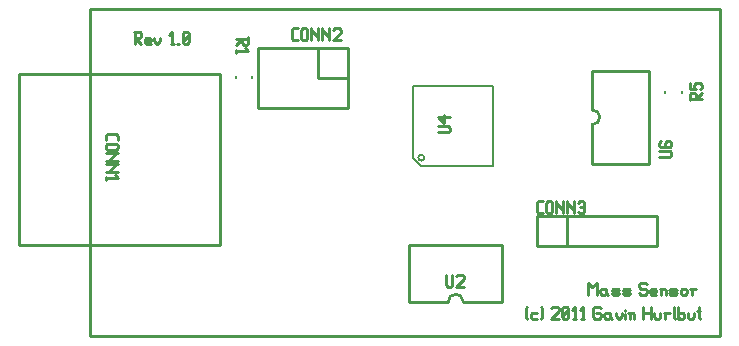
<source format=gbr>
G04 start of page 7 for group -4079 idx -4079 *
G04 Title: (unknown), topsilk *
G04 Creator: pcb 20091103 *
G04 CreationDate: Sat 19 Mar 2011 11:45:18 AM GMT UTC *
G04 For: gjhurlbu *
G04 Format: Gerber/RS-274X *
G04 PCB-Dimensions: 600000 500000 *
G04 PCB-Coordinate-Origin: lower left *
%MOIN*%
%FSLAX25Y25*%
%LNFRONTSILK*%
%ADD11C,0.0100*%
%ADD32C,0.0080*%
G54D11*X43000Y446000D02*Y337000D01*
X253000D01*
Y446000D01*
X43000D01*
X188395Y343381D02*X188895Y342881D01*
X188395Y346381D02*X188895Y346881D01*
X188395Y346381D02*Y343381D01*
X190596Y344881D02*X192096D01*
X190096Y344381D02*X190596Y344881D01*
X190096Y344381D02*Y343381D01*
X190596Y342881D01*
X192096D01*
X193297Y346881D02*X193797Y346381D01*
Y343381D01*
X193297Y342881D02*X193797Y343381D01*
X196798Y346381D02*X197298Y346881D01*
X198798D01*
X199298Y346381D01*
Y345381D01*
X196798Y342881D02*X199298Y345381D01*
X196798Y342881D02*X199298D01*
X200499Y343381D02*X200999Y342881D01*
X200499Y346381D02*Y343381D01*
Y346381D02*X200999Y346881D01*
X201999D01*
X202499Y346381D01*
Y343381D01*
X201999Y342881D02*X202499Y343381D01*
X200999Y342881D02*X201999D01*
X200499Y343881D02*X202499Y345881D01*
X204200Y342881D02*X205200D01*
X204700Y346881D02*Y342881D01*
X203700Y345881D02*X204700Y346881D01*
X206901Y342881D02*X207901D01*
X207401Y346881D02*Y342881D01*
X206401Y345881D02*X207401Y346881D01*
X212902D02*X213402Y346381D01*
X211402Y346881D02*X212902D01*
X210902Y346381D02*X211402Y346881D01*
X210902Y346381D02*Y343381D01*
X211402Y342881D01*
X212902D01*
X213402Y343381D01*
Y344381D02*Y343381D01*
X212902Y344881D02*X213402Y344381D01*
X211902Y344881D02*X212902D01*
X216103D02*X216603Y344381D01*
X215103Y344881D02*X216103D01*
X214603Y344381D02*X215103Y344881D01*
X214603Y344381D02*Y343381D01*
X215103Y342881D01*
X216603Y344881D02*Y343381D01*
X217103Y342881D01*
X215103D02*X216103D01*
X216603Y343381D01*
X218304Y344881D02*Y343881D01*
X219304Y342881D01*
X220304Y343881D01*
Y344881D02*Y343881D01*
X221505Y345881D02*Y345381D01*
Y344381D02*Y342881D01*
X223006Y344381D02*Y342881D01*
Y344381D02*X223506Y344881D01*
X224006D01*
X224506Y344381D01*
Y342881D01*
X222506Y344881D02*X223006Y344381D01*
X227507Y346881D02*Y342881D01*
X230007Y346881D02*Y342881D01*
X227507Y344881D02*X230007D01*
X231208D02*Y343381D01*
X231708Y342881D01*
X232708D01*
X233208Y343381D01*
Y344881D02*Y343381D01*
X234909Y344381D02*Y342881D01*
Y344381D02*X235409Y344881D01*
X236409D01*
X234409D02*X234909Y344381D01*
X237610Y346881D02*Y343381D01*
X238110Y342881D01*
X239111Y346881D02*Y342881D01*
Y343381D02*X239611Y342881D01*
X240611D01*
X241111Y343381D01*
Y344381D02*Y343381D01*
X240611Y344881D02*X241111Y344381D01*
X239611Y344881D02*X240611D01*
X239111Y344381D02*X239611Y344881D01*
X242312D02*Y343381D01*
X242812Y342881D01*
X243812D01*
X244312Y343381D01*
Y344881D02*Y343381D01*
X246013Y346881D02*Y343381D01*
X246513Y342881D01*
X245513Y345381D02*X246513D01*
X209042Y354909D02*Y350909D01*
Y354909D02*X210542Y353409D01*
X212042Y354909D01*
Y350909D01*
X214743Y352909D02*X215243Y352409D01*
X213743Y352909D02*X214743D01*
X213243Y352409D02*X213743Y352909D01*
X213243Y352409D02*Y351409D01*
X213743Y350909D01*
X215243Y352909D02*Y351409D01*
X215743Y350909D01*
X213743D02*X214743D01*
X215243Y351409D01*
X217444Y350909D02*X218944D01*
X219444Y351409D01*
X218944Y351909D02*X219444Y351409D01*
X217444Y351909D02*X218944D01*
X216944Y352409D02*X217444Y351909D01*
X216944Y352409D02*X217444Y352909D01*
X218944D01*
X219444Y352409D01*
X216944Y351409D02*X217444Y350909D01*
X221145D02*X222645D01*
X223145Y351409D01*
X222645Y351909D02*X223145Y351409D01*
X221145Y351909D02*X222645D01*
X220645Y352409D02*X221145Y351909D01*
X220645Y352409D02*X221145Y352909D01*
X222645D01*
X223145Y352409D01*
X220645Y351409D02*X221145Y350909D01*
X228146Y354909D02*X228646Y354409D01*
X226646Y354909D02*X228146D01*
X226146Y354409D02*X226646Y354909D01*
X226146Y354409D02*Y353409D01*
X226646Y352909D01*
X228146D01*
X228646Y352409D01*
Y351409D01*
X228146Y350909D02*X228646Y351409D01*
X226646Y350909D02*X228146D01*
X226146Y351409D02*X226646Y350909D01*
X230347D02*X231847D01*
X229847Y351409D02*X230347Y350909D01*
X229847Y352409D02*Y351409D01*
Y352409D02*X230347Y352909D01*
X231347D01*
X231847Y352409D01*
X229847Y351909D02*X231847D01*
Y352409D02*Y351909D01*
X233548Y352409D02*Y350909D01*
Y352409D02*X234048Y352909D01*
X234548D01*
X235048Y352409D01*
Y350909D01*
X233048Y352909D02*X233548Y352409D01*
X236749Y350909D02*X238249D01*
X238749Y351409D01*
X238249Y351909D02*X238749Y351409D01*
X236749Y351909D02*X238249D01*
X236249Y352409D02*X236749Y351909D01*
X236249Y352409D02*X236749Y352909D01*
X238249D01*
X238749Y352409D01*
X236249Y351409D02*X236749Y350909D01*
X239950Y352409D02*Y351409D01*
Y352409D02*X240450Y352909D01*
X241450D01*
X241950Y352409D01*
Y351409D01*
X241450Y350909D02*X241950Y351409D01*
X240450Y350909D02*X241450D01*
X239950Y351409D02*X240450Y350909D01*
X243651Y352409D02*Y350909D01*
Y352409D02*X244151Y352909D01*
X245151D01*
X243151D02*X243651Y352409D01*
X57635Y438452D02*X59635D01*
X60135Y437952D01*
Y436952D01*
X59635Y436452D02*X60135Y436952D01*
X58135Y436452D02*X59635D01*
X58135Y438452D02*Y434452D01*
Y436452D02*X60135Y434452D01*
X61836D02*X63336D01*
X61336Y434952D02*X61836Y434452D01*
X61336Y435952D02*Y434952D01*
Y435952D02*X61836Y436452D01*
X62836D01*
X63336Y435952D01*
X61336Y435452D02*X63336D01*
Y435952D02*Y435452D01*
X64537Y436452D02*Y435452D01*
X65537Y434452D01*
X66537Y435452D01*
Y436452D02*Y435452D01*
X70038Y434452D02*X71038D01*
X70538Y438452D02*Y434452D01*
X69538Y437452D02*X70538Y438452D01*
X72239Y434452D02*X72739D01*
X73940Y434952D02*X74440Y434452D01*
X73940Y437952D02*Y434952D01*
Y437952D02*X74440Y438452D01*
X75440D01*
X75940Y437952D01*
Y434952D01*
X75440Y434452D02*X75940Y434952D01*
X74440Y434452D02*X75440D01*
X73940Y435452D02*X75940Y437452D01*
X19471Y424400D02*Y367314D01*
X86400D01*
Y424400D02*Y367314D01*
X19471Y424400D02*X86400D01*
X119000Y423000D02*X129000D01*
X119000Y433000D02*Y423000D01*
X129000Y433000D02*Y413000D01*
X99000D02*X129000D01*
X99000Y433000D02*Y413000D01*
Y433000D02*X129000D01*
G54D32*X91638Y423850D02*Y423064D01*
X97148Y423850D02*Y423064D01*
G54D11*X149500Y348500D02*X162500D01*
X167500D02*X180500D01*
X149500Y367500D02*Y348500D01*
Y367500D02*X180500D01*
Y348500D01*
X167500D02*G75*G03X162500Y348500I-2500J0D01*G01*
G54D32*X153521Y393621D02*X150621Y396521D01*
X153521Y393621D02*X177379D01*
Y420379D02*Y393621D01*
X150621Y420379D02*X177379D01*
X150621D02*Y396521D01*
X153521Y395521D02*G75*G03X153521Y395521I0J1000D01*G01*
G54D11*X210500Y425500D02*Y412500D01*
Y407500D02*Y394500D01*
Y425500D02*X229500D01*
Y394500D01*
X210500D02*X229500D01*
X210500Y407500D02*G75*G03X210500Y412500I0J2500D01*G01*
X192000Y377000D02*X202000D01*
Y367000D01*
X192000Y377000D02*Y367000D01*
Y377000D02*X232000D01*
Y367000D01*
X192000D02*X232000D01*
G54D32*X240362Y418850D02*Y418064D01*
X234852Y418850D02*Y418064D01*
G54D11*X48400Y403900D02*Y402400D01*
X48900Y404400D02*X48400Y403900D01*
X48900Y404400D02*X51900D01*
X52400Y403900D01*
Y402400D01*
X48900Y401199D02*X51900D01*
X52400Y400699D01*
Y399699D01*
X51900Y399199D01*
X48900D02*X51900D01*
X48400Y399699D02*X48900Y399199D01*
X48400Y400699D02*Y399699D01*
X48900Y401199D02*X48400Y400699D01*
Y397998D02*X52400D01*
X51900D02*X52400D01*
X51900D02*X49400Y395498D01*
X48400D02*X52400D01*
X48400Y394297D02*X52400D01*
X51900D02*X52400D01*
X51900D02*X49400Y391797D01*
X48400D02*X52400D01*
X48400Y390096D02*Y389096D01*
Y389596D02*X52400D01*
X51400Y390596D02*X52400Y389596D01*
X159000Y405000D02*X162500D01*
X163000Y405500D01*
Y406500D02*Y405500D01*
Y406500D02*X162500Y407000D01*
X159000D02*X162500D01*
X161000Y408201D02*X159000Y410201D01*
X161000Y410701D02*Y408201D01*
X159000Y410201D02*X163000D01*
X161922Y357435D02*Y353935D01*
X162422Y353435D01*
X163422D01*
X163922Y353935D01*
Y357435D02*Y353935D01*
X165123Y356935D02*X165623Y357435D01*
X167123D01*
X167623Y356935D01*
Y355935D01*
X165123Y353435D02*X167623Y355935D01*
X165123Y353435D02*X167623D01*
X110807Y435740D02*X112307D01*
X110307Y436240D02*X110807Y435740D01*
X110307Y439240D02*Y436240D01*
Y439240D02*X110807Y439740D01*
X112307D01*
X113508Y439240D02*Y436240D01*
Y439240D02*X114008Y439740D01*
X115008D01*
X115508Y439240D01*
Y436240D01*
X115008Y435740D02*X115508Y436240D01*
X114008Y435740D02*X115008D01*
X113508Y436240D02*X114008Y435740D01*
X116709Y439740D02*Y435740D01*
Y439740D02*Y439240D01*
X119209Y436740D01*
Y439740D02*Y435740D01*
X120410Y439740D02*Y435740D01*
Y439740D02*Y439240D01*
X122910Y436740D01*
Y439740D02*Y435740D01*
X124111Y439240D02*X124611Y439740D01*
X126111D01*
X126611Y439240D01*
Y438240D01*
X124111Y435740D02*X126611Y438240D01*
X124111Y435740D02*X126611D01*
X95834Y436677D02*Y434677D01*
X95334Y434177D01*
X94334D02*X95334D01*
X93834Y434677D02*X94334Y434177D01*
X93834Y436177D02*Y434677D01*
X91834Y436177D02*X95834D01*
X93834D02*X91834Y434177D01*
Y432476D02*Y431476D01*
Y431976D02*X95834D01*
X94834Y432976D02*X95834Y431976D01*
X192500Y378000D02*X194000D01*
X192000Y378500D02*X192500Y378000D01*
X192000Y381500D02*Y378500D01*
Y381500D02*X192500Y382000D01*
X194000D01*
X195201Y381500D02*Y378500D01*
Y381500D02*X195701Y382000D01*
X196701D01*
X197201Y381500D01*
Y378500D01*
X196701Y378000D02*X197201Y378500D01*
X195701Y378000D02*X196701D01*
X195201Y378500D02*X195701Y378000D01*
X198402Y382000D02*Y378000D01*
Y382000D02*Y381500D01*
X200902Y379000D01*
Y382000D02*Y378000D01*
X202103Y382000D02*Y378000D01*
Y382000D02*Y381500D01*
X204603Y379000D01*
Y382000D02*Y378000D01*
X205804Y381500D02*X206304Y382000D01*
X207304D01*
X207804Y381500D01*
Y378500D01*
X207304Y378000D02*X207804Y378500D01*
X206304Y378000D02*X207304D01*
X205804Y378500D02*X206304Y378000D01*
Y380000D02*X207804D01*
X232905Y396764D02*X236405D01*
X236905Y397264D01*
Y398264D02*Y397264D01*
Y398264D02*X236405Y398764D01*
X232905D02*X236405D01*
X232905Y401465D02*X233405Y401965D01*
X232905Y401465D02*Y400465D01*
X233405Y399965D02*X232905Y400465D01*
X233405Y399965D02*X236405D01*
X236905Y400465D01*
X234905Y401465D02*X235405Y401965D01*
X234905Y401465D02*Y399965D01*
X236905Y401465D02*Y400465D01*
Y401465D02*X236405Y401965D01*
X235405D02*X236405D01*
X242976Y417612D02*Y415612D01*
Y417612D02*X243476Y418112D01*
X244476D01*
X244976Y417612D02*X244476Y418112D01*
X244976Y417612D02*Y416112D01*
X242976D02*X246976D01*
X244976D02*X246976Y418112D01*
X242976Y421313D02*Y419313D01*
X244976D01*
X244476Y419813D01*
Y420813D02*Y419813D01*
Y420813D02*X244976Y421313D01*
X246476D01*
X246976Y420813D02*X246476Y421313D01*
X246976Y420813D02*Y419813D01*
X246476Y419313D02*X246976Y419813D01*
M02*

</source>
